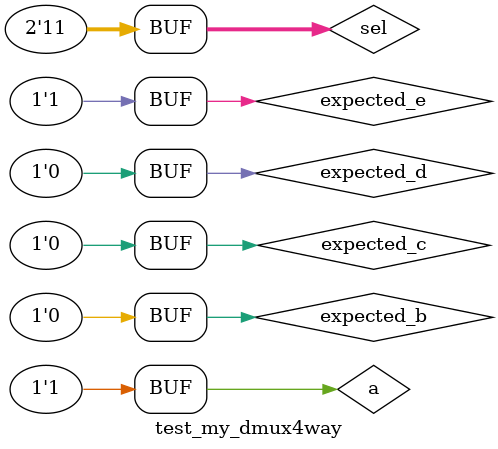
<source format=v>
module test_my_dmux4way();
   reg a;
   reg [1:0] sel;

   reg 	     expected_b;
   reg 	     expected_c;
   reg 	     expected_d;
   reg 	     expected_e;

   wire b;
   wire c;
   wire d;
   wire e;

   my_dmux4way u1(b, c, d, e, a, sel);

   initial 
     begin
	a = 1;
        sel = 2'b00;

	expected_b = 1;
	expected_c = 0;
	expected_d = 0;
	expected_e = 0;
	
	#1 
        sel = 2'b01;
	expected_b = 0;
	expected_c = 1;
	expected_d = 0;
	expected_e = 0;
	
	#1 
        sel = 2'b10;
	expected_b = 0;
	expected_c = 0;
	expected_d = 1;
	expected_e = 0;
	
	#1 
        sel = 2'b11;
	expected_b = 0;
	expected_c = 0;
	expected_d = 0;
	expected_e = 1;
     end

   initial
     $monitor("my_dmux4way %d %b %b (%b %b) (%b %b) (%b %b) (%b %b)", $time, a, sel, b, expected_b, c, expected_c, d, expected_d, e, expected_e);
   
endmodule

</source>
